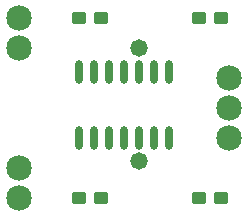
<source format=gts>
G04*
G04 #@! TF.GenerationSoftware,Altium Limited,Altium Designer,24.9.1 (31)*
G04*
G04 Layer_Color=8388736*
%FSLAX44Y44*%
%MOMM*%
G71*
G04*
G04 #@! TF.SameCoordinates,5B22F005-A4A7-469E-9016-A4F700693913*
G04*
G04*
G04 #@! TF.FilePolarity,Negative*
G04*
G01*
G75*
G04:AMPARAMS|DCode=12|XSize=1.1176mm|YSize=1.016mm|CornerRadius=0.0679mm|HoleSize=0mm|Usage=FLASHONLY|Rotation=0.000|XOffset=0mm|YOffset=0mm|HoleType=Round|Shape=RoundedRectangle|*
%AMROUNDEDRECTD12*
21,1,1.1176,0.8801,0,0,0.0*
21,1,0.9817,1.0160,0,0,0.0*
1,1,0.1359,0.4909,-0.4401*
1,1,0.1359,-0.4909,-0.4401*
1,1,0.1359,-0.4909,0.4401*
1,1,0.1359,0.4909,0.4401*
%
%ADD12ROUNDEDRECTD12*%
%ADD13O,0.7112X1.9812*%
%ADD14C,2.1590*%
%ADD15C,1.4732*%
D12*
X228600Y38100D02*
D03*
X247650D02*
D03*
X127000D02*
D03*
X146050D02*
D03*
X228600Y190500D02*
D03*
X247650D02*
D03*
X127000D02*
D03*
X146050D02*
D03*
D13*
X203200Y88900D02*
D03*
X190500D02*
D03*
X177800D02*
D03*
X165100D02*
D03*
X152400D02*
D03*
X139700D02*
D03*
X127000D02*
D03*
Y144780D02*
D03*
X139700D02*
D03*
X152400D02*
D03*
X165100D02*
D03*
X177800D02*
D03*
X190500D02*
D03*
X203200D02*
D03*
D14*
X76200Y190500D02*
D03*
X254000Y139700D02*
D03*
X76200Y165100D02*
D03*
X254000Y114300D02*
D03*
X76200Y63500D02*
D03*
X254000Y88900D02*
D03*
X76200Y38100D02*
D03*
D15*
X177800Y69850D02*
D03*
Y165100D02*
D03*
M02*

</source>
